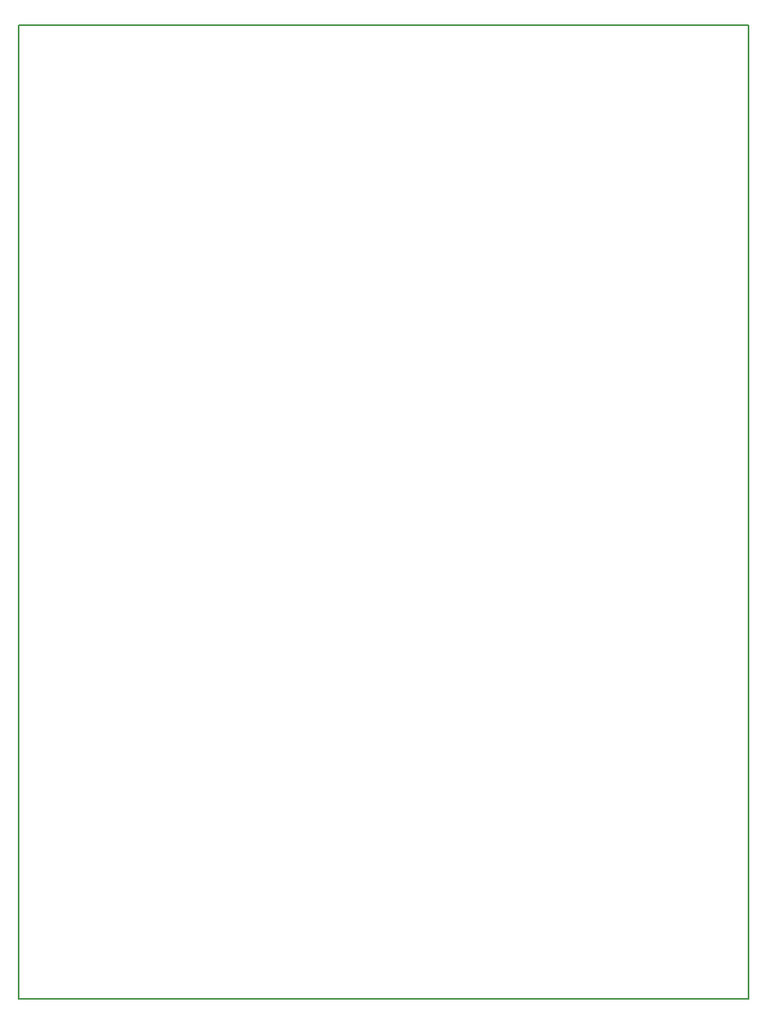
<source format=gbr>
G04 #@! TF.FileFunction,Profile,NP*
%FSLAX46Y46*%
G04 Gerber Fmt 4.6, Leading zero omitted, Abs format (unit mm)*
G04 Created by KiCad (PCBNEW 4.0.1-stable) date 3/21/2017 11:52:48 AM*
%MOMM*%
G01*
G04 APERTURE LIST*
%ADD10C,0.100000*%
%ADD11C,0.150000*%
G04 APERTURE END LIST*
D10*
D11*
X191770000Y-149860000D02*
X191770000Y-48260000D01*
X115570000Y-48260000D02*
X115570000Y-149860000D01*
X115570000Y-149860000D02*
X191770000Y-149860000D01*
X191770000Y-48260000D02*
X115570000Y-48260000D01*
M02*

</source>
